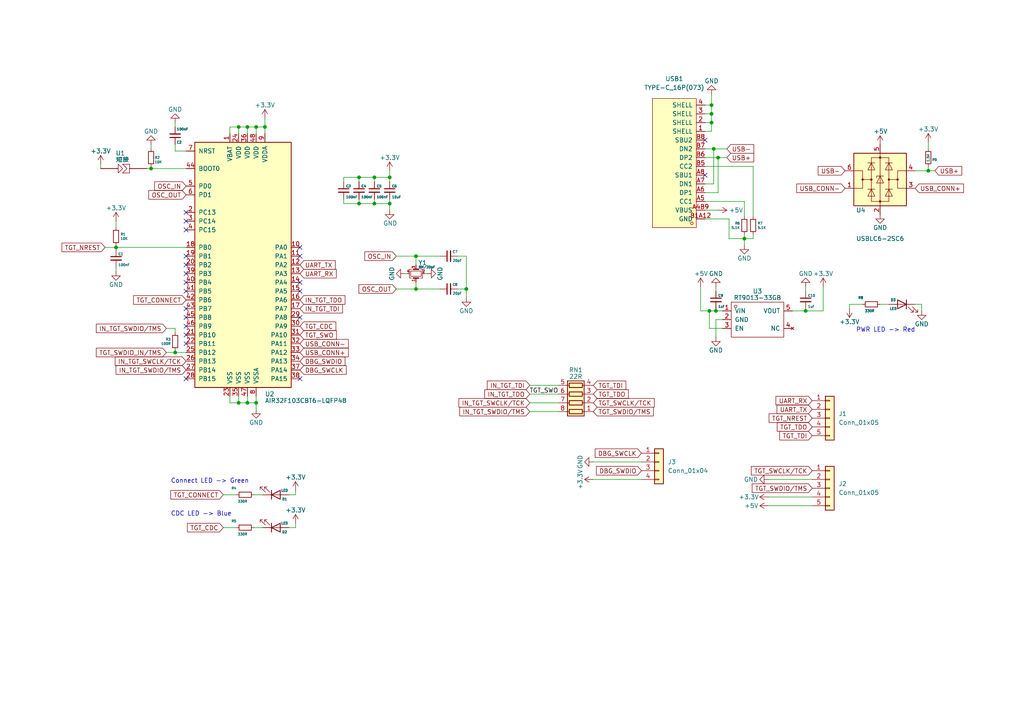
<source format=kicad_sch>
(kicad_sch (version 20211123) (generator eeschema)
  (paper "A4")
  (title_block (date "2022-08-15") (rev "1.1"))
  (lib_symbols
    (symbol "Connector_Generic:Conn_01x04" (pin_names (offset 1.016) hide)
      (property "Reference" "J" (at 0 5.08 0))
      (property "Value" "Conn_01x04" (at 0 -7.62 0))
      (symbol "Conn_01x04_1_1"
        (rectangle (start -1.27 -4.953) (end 0 -5.207) (stroke (width 0.1524)))
        (rectangle (start -1.27 -2.413) (end 0 -2.667) (stroke (width 0.1524)))
        (rectangle (start -1.27 0.127) (end 0 -0.127) (stroke (width 0.1524)))
        (rectangle (start -1.27 2.667) (end 0 2.413) (stroke (width 0.1524)))
        (rectangle (start -1.27 3.81) (end 1.27 -6.35) (stroke (width 0.254)) (fill (type background)))
        (pin passive line (at -5.08 2.54 0) (length 3.81) (name "Pin_1") (number "1"))
        (pin passive line (at -5.08 0 0) (length 3.81) (name "Pin_2") (number "2"))
        (pin passive line (at -5.08 -2.54 0) (length 3.81) (name "Pin_3") (number "3"))
        (pin passive line (at -5.08 -5.08 0) (length 3.81) (name "Pin_4") (number "4"))
      )
    )
    (symbol "Connector_Generic:Conn_01x05" (pin_names (offset 1.016) hide)
      (property "Reference" "J" (at 0 7.62 0))
      (property "Value" "Conn_01x05" (at 0 -7.62 0))
      (symbol "Conn_01x05_1_1"
        (rectangle (start -1.27 -4.953) (end 0 -5.207) (stroke (width 0.1524)))
        (rectangle (start -1.27 -2.413) (end 0 -2.667) (stroke (width 0.1524)))
        (rectangle (start -1.27 0.127) (end 0 -0.127) (stroke (width 0.1524)))
        (rectangle (start -1.27 2.667) (end 0 2.413) (stroke (width 0.1524)))
        (rectangle (start -1.27 5.207) (end 0 4.953) (stroke (width 0.1524)))
        (rectangle (start -1.27 6.35) (end 1.27 -6.35) (stroke (width 0.254)) (fill (type background)))
        (pin passive line (at -5.08 5.08 0) (length 3.81) (name "Pin_1") (number "1"))
        (pin passive line (at -5.08 2.54 0) (length 3.81) (name "Pin_2") (number "2"))
        (pin passive line (at -5.08 0 0) (length 3.81) (name "Pin_3") (number "3"))
        (pin passive line (at -5.08 -2.54 0) (length 3.81) (name "Pin_4") (number "4"))
        (pin passive line (at -5.08 -5.08 0) (length 3.81) (name "Pin_5") (number "5"))
      )
    )
    (symbol "Device:C_Small" (pin_numbers hide) (pin_names (offset 0.254) hide)
      (property "Reference" "C" (at 0.254 1.778 0))
      (property "Value" "C_Small" (at 0.254 -2.032 0))
      (symbol "C_Small_0_1"
        (polyline (pts (xy -1.524 -0.508) (xy 1.524 -0.508)) (stroke (width 0.3302)))
        (polyline (pts (xy -1.524 0.508) (xy 1.524 0.508)) (stroke (width 0.3048)))
      )
      (symbol "C_Small_1_1"
        (pin passive line (at 0 2.54 270) (length 2.032) (name "~") (number "1"))
        (pin passive line (at 0 -2.54 90) (length 2.032) (name "~") (number "2"))
      )
    )
    (symbol "Device:Crystal_GND24_Small" (pin_names (offset 1.016) hide)
      (property "Reference" "Y" (at 1.27 4.445 0))
      (property "Value" "Crystal_GND24_Small" (at 1.27 2.54 0))
      (symbol "Crystal_GND24_Small_0_1"
        (rectangle (start -0.762 -1.524) (end 0.762 1.524))
        (polyline (pts (xy -1.27 -0.762) (xy -1.27 0.762)) (stroke (width 0.381)))
        (polyline (pts (xy 1.27 -0.762) (xy 1.27 0.762)) (stroke (width 0.381)))
        (polyline (pts (xy -1.27 -1.27) (xy -1.27 -1.905) (xy 1.27 -1.905) (xy 1.27 -1.27)))
        (polyline (pts (xy -1.27 1.27) (xy -1.27 1.905) (xy 1.27 1.905) (xy 1.27 1.27)))
      )
      (symbol "Crystal_GND24_Small_1_1"
        (pin passive line (at -2.54 0 0) (length 1.27) (name "1") (number "1"))
        (pin passive line (at 0 -2.54 90) (length 0.635) (name "2") (number "2"))
        (pin passive line (at 2.54 0 180) (length 1.27) (name "3") (number "3"))
        (pin passive line (at 0 2.54 270) (length 0.635) (name "4") (number "4"))
      )
    )
    (symbol "Device:LED" (pin_numbers hide) (pin_names (offset 1.016) hide)
      (property "Reference" "D" (at 0 2.54 0))
      (property "Value" "LED" (at 0 -2.54 0))
      (symbol "LED_0_1"
        (polyline (pts (xy -1.27 -1.27) (xy -1.27 1.27)) (stroke (width 0.254)))
        (polyline (pts (xy -1.27 0) (xy 1.27 0)))
        (polyline (pts (xy 1.27 -1.27) (xy 1.27 1.27) (xy -1.27 0) (xy 1.27 -1.27)) (stroke (width 0.254)))
        (polyline (pts (xy -3.048 -0.762) (xy -4.572 -2.286) (xy -3.81 -2.286) (xy -4.572 -2.286) (xy -4.572 -1.524)))
        (polyline (pts (xy -1.778 -0.762) (xy -3.302 -2.286) (xy -2.54 -2.286) (xy -3.302 -2.286) (xy -3.302 -1.524)))
      )
      (symbol "LED_1_1"
        (pin passive line (at -3.81 0 0) (length 2.54) (name "K") (number "1"))
        (pin passive line (at 3.81 0 180) (length 2.54) (name "A") (number "2"))
      )
    )
    (symbol "Device:R_Pack04" (pin_names (offset 0) hide)
      (property "Reference" "RN" (at -7.62 0 90))
      (property "Value" "R_Pack04" (at 5.08 0 90))
      (symbol "R_Pack04_0_1"
        (rectangle (start -6.35 -2.413) (end 3.81 2.413) (stroke (width 0.254)) (fill (type background)))
        (rectangle (start -5.715 1.905) (end -4.445 -1.905) (stroke (width 0.254)))
        (rectangle (start -3.175 1.905) (end -1.905 -1.905) (stroke (width 0.254)))
        (rectangle (start -0.635 1.905) (end 0.635 -1.905) (stroke (width 0.254)))
        (polyline (pts (xy -5.08 -2.54) (xy -5.08 -1.905)))
        (polyline (pts (xy -5.08 1.905) (xy -5.08 2.54)))
        (polyline (pts (xy -2.54 -2.54) (xy -2.54 -1.905)))
        (polyline (pts (xy -2.54 1.905) (xy -2.54 2.54)))
        (polyline (pts (xy 0 -2.54) (xy 0 -1.905)))
        (polyline (pts (xy 0 1.905) (xy 0 2.54)))
        (polyline (pts (xy 2.54 -2.54) (xy 2.54 -1.905)))
        (polyline (pts (xy 2.54 1.905) (xy 2.54 2.54)))
        (rectangle (start 1.905 1.905) (end 3.175 -1.905) (stroke (width 0.254)))
      )
      (symbol "R_Pack04_1_1"
        (pin passive line (at -5.08 -5.08 90) (length 2.54) (name "R1.1") (number "1"))
        (pin passive line (at -2.54 -5.08 90) (length 2.54) (name "R2.1") (number "2"))
        (pin passive line (at 0 -5.08 90) (length 2.54) (name "R3.1") (number "3"))
        (pin passive line (at 2.54 -5.08 90) (length 2.54) (name "R4.1") (number "4"))
        (pin passive line (at 2.54 5.08 270) (length 2.54) (name "R4.2") (number "5"))
        (pin passive line (at 0 5.08 270) (length 2.54) (name "R3.2") (number "6"))
        (pin passive line (at -2.54 5.08 270) (length 2.54) (name "R2.2") (number "7"))
        (pin passive line (at -5.08 5.08 270) (length 2.54) (name "R1.2") (number "8"))
      )
    )
    (symbol "Device:R_Small" (pin_numbers hide) (pin_names (offset 0.254) hide)
      (property "Reference" "R" (at 0.762 0.508 0))
      (property "Value" "R_Small" (at 0.762 -1.016 0))
      (symbol "R_Small_0_1"
        (rectangle (start -0.762 1.778) (end 0.762 -1.778) (stroke (width 0.2032)))
      )
      (symbol "R_Small_1_1"
        (pin passive line (at 0 2.54 270) (length 0.762) (name "~") (number "1"))
        (pin passive line (at 0 -2.54 90) (length 0.762) (name "~") (number "2"))
      )
    )
    (symbol "Power_Protection:USBLC6-2SC6" (pin_names hide)
      (property "Reference" "U" (at 2.54 8.89 0))
      (property "Value" "USBLC6-2SC6" (at 2.54 -8.89 0))
      (symbol "USBLC6-2SC6_0_1"
        (rectangle (start -7.62 -7.62) (end 7.62 7.62) (stroke (width 0.254)) (fill (type background)))
        (circle (center -5.08 0) (radius 0.254) (fill (type outline)))
        (circle (center -2.54 0) (radius 0.254) (fill (type outline)))
        (rectangle (start -2.54 6.35) (end 2.54 -6.35))
        (circle (center 0 -6.35) (radius 0.254) (fill (type outline)))
        (polyline (pts (xy -5.08 -2.54) (xy -7.62 -2.54)))
        (polyline (pts (xy -5.08 0) (xy -5.08 -2.54)))
        (polyline (pts (xy -5.08 2.54) (xy -7.62 2.54)))
        (polyline (pts (xy -1.524 -2.794) (xy -3.556 -2.794)))
        (polyline (pts (xy -1.524 4.826) (xy -3.556 4.826)))
        (polyline (pts (xy 0 -7.62) (xy 0 -6.35)))
        (polyline (pts (xy 0 -6.35) (xy 0 1.27)))
        (polyline (pts (xy 0 1.27) (xy 0 6.35)))
        (polyline (pts (xy 0 6.35) (xy 0 7.62)))
        (polyline (pts (xy 1.524 -2.794) (xy 3.556 -2.794)))
        (polyline (pts (xy 1.524 4.826) (xy 3.556 4.826)))
        (polyline (pts (xy 5.08 -2.54) (xy 7.62 -2.54)))
        (polyline (pts (xy 5.08 0) (xy 5.08 -2.54)))
        (polyline (pts (xy 5.08 2.54) (xy 7.62 2.54)))
        (polyline (pts (xy -2.54 0) (xy -5.08 0) (xy -5.08 2.54)))
        (polyline (pts (xy 2.54 0) (xy 5.08 0) (xy 5.08 2.54)))
        (polyline (pts (xy -3.556 -4.826) (xy -1.524 -4.826) (xy -2.54 -2.794) (xy -3.556 -4.826)))
        (polyline (pts (xy -3.556 2.794) (xy -1.524 2.794) (xy -2.54 4.826) (xy -3.556 2.794)))
        (polyline (pts (xy -1.016 -1.016) (xy 1.016 -1.016) (xy 0 1.016) (xy -1.016 -1.016)))
        (polyline (pts (xy 1.016 1.016) (xy 0.762 1.016) (xy -1.016 1.016) (xy -1.016 0.508)))
        (polyline (pts (xy 3.556 -4.826) (xy 1.524 -4.826) (xy 2.54 -2.794) (xy 3.556 -4.826)))
        (polyline (pts (xy 3.556 2.794) (xy 1.524 2.794) (xy 2.54 4.826) (xy 3.556 2.794)))
        (circle (center 0 6.35) (radius 0.254) (fill (type outline)))
        (circle (center 2.54 0) (radius 0.254) (fill (type outline)))
        (circle (center 5.08 0) (radius 0.254) (fill (type outline)))
      )
      (symbol "USBLC6-2SC6_1_1"
        (pin passive line (at -10.16 -2.54 0) (length 2.54) (name "I/O1") (number "1"))
        (pin passive line (at 0 -10.16 90) (length 2.54) (name "GND") (number "2"))
        (pin passive line (at 10.16 -2.54 180) (length 2.54) (name "I/O2") (number "3"))
        (pin passive line (at 10.16 2.54 180) (length 2.54) (name "I/O2") (number "4"))
        (pin passive line (at 0 10.16 270) (length 2.54) (name "VBUS") (number "5"))
        (pin passive line (at -10.16 2.54 0) (length 2.54) (name "I/O1") (number "6"))
      )
    )
    (symbol "Shaojie_Custom:AIR32F103CBT6-LQFP48" (pin_names (offset 1.016))
      (property "Reference" "U" (at -13.335 43.18 0))
      (property "Value" "AIR32F103CBT6-LQFP48" (at 17.145 -31.115 0))
      (symbol "AIR32F103CBT6-LQFP48_0_1"
        (rectangle (start -13.97 -29.21) (end 13.97 41.91) (stroke (width 0.254)) (fill (type background)))
      )
      (symbol "AIR32F103CBT6-LQFP48_1_1"
        (pin power_in line (at -3.81 44.45 270) (length 2.54) (name "VBAT") (number "1"))
        (pin bidirectional line (at 16.51 11.43 180) (length 2.54) (name "PA0") (number "10"))
        (pin bidirectional line (at 16.51 8.89 180) (length 2.54) (name "PA1") (number "11"))
        (pin bidirectional line (at 16.51 6.35 180) (length 2.54) (name "PA2") (number "12"))
        (pin bidirectional line (at 16.51 3.81 180) (length 2.54) (name "PA3") (number "13"))
        (pin bidirectional line (at 16.51 1.27 180) (length 2.54) (name "PA4") (number "14"))
        (pin bidirectional line (at 16.51 -1.27 180) (length 2.54) (name "PA5") (number "15"))
        (pin bidirectional line (at 16.51 -3.81 180) (length 2.54) (name "PA6") (number "16"))
        (pin bidirectional line (at 16.51 -6.35 180) (length 2.54) (name "PA7") (number "17"))
        (pin bidirectional line (at -16.51 11.43 0) (length 2.54) (name "PB0") (number "18"))
        (pin bidirectional line (at -16.51 8.89 0) (length 2.54) (name "PB1") (number "19"))
        (pin bidirectional line (at -16.51 21.59 0) (length 2.54) (name "PC13") (number "2"))
        (pin bidirectional line (at -16.51 6.35 0) (length 2.54) (name "PB2") (number "20"))
        (pin bidirectional line (at -16.51 -13.97 0) (length 2.54) (name "PB10") (number "21"))
        (pin bidirectional line (at -16.51 -16.51 0) (length 2.54) (name "PB11") (number "22"))
        (pin passive line (at -3.81 -31.75 90) (length 2.54) (name "VSS") (number "23"))
        (pin power_in line (at -1.27 44.45 270) (length 2.54) (name "VDD") (number "24"))
        (pin bidirectional line (at -16.51 -19.05 0) (length 2.54) (name "PB12") (number "25"))
        (pin bidirectional line (at -16.51 -21.59 0) (length 2.54) (name "PB13") (number "26"))
        (pin bidirectional line (at -16.51 -24.13 0) (length 2.54) (name "PB14") (number "27"))
        (pin bidirectional line (at -16.51 -26.67 0) (length 2.54) (name "PB15") (number "28"))
        (pin bidirectional line (at 16.51 -8.89 180) (length 2.54) (name "PA8") (number "29"))
        (pin bidirectional line (at -16.51 19.05 0) (length 2.54) (name "PC14") (number "3"))
        (pin bidirectional line (at 16.51 -11.43 180) (length 2.54) (name "PA9") (number "30"))
        (pin bidirectional line (at 16.51 -13.97 180) (length 2.54) (name "PA10") (number "31"))
        (pin bidirectional line (at 16.51 -16.51 180) (length 2.54) (name "PA11") (number "32"))
        (pin bidirectional line (at 16.51 -19.05 180) (length 2.54) (name "PA12") (number "33"))
        (pin bidirectional line (at 16.51 -21.59 180) (length 2.54) (name "PA13") (number "34"))
        (pin passive line (at -1.27 -31.75 90) (length 2.54) (name "VSS") (number "35"))
        (pin power_in line (at 1.27 44.45 270) (length 2.54) (name "VDD") (number "36"))
        (pin bidirectional line (at 16.51 -24.13 180) (length 2.54) (name "PA14") (number "37"))
        (pin bidirectional line (at 16.51 -26.67 180) (length 2.54) (name "PA15") (number "38"))
        (pin bidirectional line (at -16.51 3.81 0) (length 2.54) (name "PB3") (number "39"))
        (pin bidirectional line (at -16.51 16.51 0) (length 2.54) (name "PC15") (number "4"))
        (pin bidirectional line (at -16.51 1.27 0) (length 2.54) (name "PB4") (number "40"))
        (pin bidirectional line (at -16.51 -1.27 0) (length 2.54) (name "PB5") (number "41"))
        (pin bidirectional line (at -16.51 -3.81 0) (length 2.54) (name "PB6") (number "42"))
        (pin bidirectional line (at -16.51 -6.35 0) (length 2.54) (name "PB7") (number "43"))
        (pin input line (at -16.51 34.29 0) (length 2.54) (name "BOOT0") (number "44"))
        (pin bidirectional line (at -16.51 -8.89 0) (length 2.54) (name "PB8") (number "45"))
        (pin bidirectional line (at -16.51 -11.43 0) (length 2.54) (name "PB9") (number "46"))
        (pin passive line (at 1.27 -31.75 90) (length 2.54) (name "VSS") (number "47"))
        (pin power_in line (at 3.81 44.45 270) (length 2.54) (name "VDD") (number "48"))
        (pin input line (at -16.51 29.21 0) (length 2.54) (name "PD0") (number "5"))
        (pin input line (at -16.51 26.67 0) (length 2.54) (name "PD1") (number "6"))
        (pin input line (at -16.51 39.37 0) (length 2.54) (name "NRST") (number "7"))
        (pin passive line (at 3.81 -31.75 90) (length 2.54) (name "VSSA") (number "8"))
        (pin power_in line (at 6.35 44.45 270) (length 2.54) (name "VDDA") (number "9"))
      )
    )
    (symbol "Shaojie_Custom:RT9013-33GB" (pin_names (offset 1.016))
      (property "Reference" "U" (at 0 -6.35 0))
      (property "Value" "TPAP2125K-3.3TRE1" (at 0 6.35 0))
      (symbol "RT9013-33GB_1_1"
        (rectangle (start -7.62 -5.08) (end 7.62 5.08))
        (circle (center -6.35 3.81) (radius 0.381))
        (pin power_in line (at -10.16 2.54 0) (length 2.54) (name "VIN") (number "1"))
        (pin passive line (at -10.16 0 0) (length 2.54) (name "GND") (number "2"))
        (pin input line (at -10.16 -2.54 0) (length 2.54) (name "EN") (number "3"))
        (pin no_connect line (at 10.16 -2.54 180) (length 2.54) (name "NC") (number "4"))
        (pin power_out line (at 10.16 2.54 180) (length 2.54) (name "VOUT") (number "5"))
      )
    )
    (symbol "Shaojie_Custom:TYPE-C_16P(073)" (pin_names (offset 1.016))
      (property "Reference" "USB" (at -3.81 -19.685 0))
      (property "Value" "TYPE-C_16P(073)" (at 3.175 20.32 0))
      (symbol "TYPE-C_16P(073)_1_1"
        (rectangle (start -5.715 19.05) (end 6.985 -18.415) (fill (type background)))
        (circle (center -4.445 17.78) (radius 0.381))
        (pin passive line (at -8.255 -8.89 0) (length 2.54) (name "SHELL") (number "1"))
        (pin passive line (at -8.255 -11.43 0) (length 2.54) (name "SHELL") (number "2"))
        (pin passive line (at -8.255 -13.97 0) (length 2.54) (name "SHELL") (number "3"))
        (pin passive line (at -8.255 -16.51 0) (length 2.54) (name "SHELL") (number "4"))
        (pin passive line (at -8.255 16.51 0) (length 2.54) hide (name "GND") (number "A1B12"))
        (pin power_out line (at -8.255 13.97 0) (length 2.54) (name "VBUS") (number "A4B9"))
        (pin bidirectional line (at -8.255 11.43 0) (length 2.54) (name "CC1") (number "A5"))
        (pin bidirectional line (at -8.255 8.89 0) (length 2.54) (name "DP1") (number "A6"))
        (pin bidirectional line (at -8.255 6.35 0) (length 2.54) (name "DN1") (number "A7"))
        (pin bidirectional line (at -8.255 3.81 0) (length 2.54) (name "SBU1") (number "A8"))
        (pin power_out line (at -8.255 16.51 0) (length 2.54) (name "GND") (number "B1A12"))
        (pin bidirectional line (at -8.255 1.27 0) (length 2.54) (name "CC2") (number "B5"))
        (pin bidirectional line (at -8.255 -1.27 0) (length 2.54) (name "DP2") (number "B6"))
        (pin bidirectional line (at -8.255 -3.81 0) (length 2.54) (name "DN2") (number "B7"))
        (pin bidirectional line (at -8.255 -6.35 0) (length 2.54) (name "SBU2") (number "B8"))
      )
    )
    (symbol "Shaojie_Custom:短接" (pin_numbers hide) (pin_names (offset 1.016) hide)
      (property "Reference" "U" (at 0 -3.175 0))
      (property "Value" "短接" (at 0 -5.08 0))
      (symbol "短接_1_1"
        (polyline (pts (xy -1.27 1.27) (xy -1.27 -1.27) (xy 0 0) (xy -1.27 1.27)))
        (polyline (pts (xy 0 1.27) (xy 1.27 0) (xy 0 -1.27) (xy 2.032 -1.27) (xy 2.032 0) (xy 2.032 1.27) (xy 0 1.27)))
        (pin passive line (at -6.35 0 0) (length 5.08) (name "1") (number "1"))
        (pin passive line (at 6.985 0 180) (length 5.08) (name "2") (number "2"))
      )
    )
    (symbol "power:+3.3V" (power) (pin_names (offset 0))
      (property "Value" "+3.3V" (at 0 3.556 0))
      (symbol "+3.3V_0_1"
        (polyline (pts (xy -0.762 1.27) (xy 0 2.54)))
        (polyline (pts (xy 0 0) (xy 0 2.54)))
        (polyline (pts (xy 0 2.54) (xy 0.762 1.27)))
      )
      (symbol "+3.3V_1_1"
        (pin power_in line (at 0 0 90) (length 0) hide (name "+3.3V") (number "1"))
      )
    )
    (symbol "power:+5V" (power) (pin_names (offset 0))
      (property "Value" "+5V" (at 0 3.556 0))
      (symbol "+5V_0_1"
        (polyline (pts (xy -0.762 1.27) (xy 0 2.54)))
        (polyline (pts (xy 0 0) (xy 0 2.54)))
        (polyline (pts (xy 0 2.54) (xy 0.762 1.27)))
      )
      (symbol "+5V_1_1"
        (pin power_in line (at 0 0 90) (length 0) hide (name "+5V") (number "1"))
      )
    )
    (symbol "power:GND" (power) (pin_names (offset 0))
      (property "Value" "GND" (at 0 -3.81 0))
      (symbol "GND_0_1"
        (polyline (pts (xy 0 0) (xy 0 -1.27) (xy 1.27 -1.27) (xy 0 -2.54) (xy -1.27 -1.27) (xy 0 -1.27)))
      )
      (symbol "GND_1_1"
        (pin power_in line (at 0 0 270) (length 0) hide (name "GND") (number "1"))
      )
    )
  )
  (junction (at 43.815 48.895))
  (junction (at 74.295 116.84))
  (junction (at 207.01 43.18))
  (junction (at 108.585 59.055))
  (junction (at 33.655 71.755))
  (junction (at 269.24 49.53))
  (junction (at 120.65 83.82))
  (junction (at 69.215 36.83))
  (junction (at 104.14 51.435))
  (junction (at 206.375 35.56))
  (junction (at 233.68 90.17))
  (junction (at 207.645 90.17))
  (junction (at 120.65 74.295))
  (junction (at 104.14 59.055))
  (junction (at 50.8 102.235))
  (junction (at 108.585 51.435))
  (junction (at 135.255 83.82))
  (junction (at 205.74 90.17))
  (junction (at 71.755 36.83))
  (junction (at 215.9 69.215))
  (junction (at 74.295 36.83))
  (junction (at 69.215 116.84))
  (junction (at 113.03 51.435))
  (junction (at 76.835 36.83))
  (junction (at 208.28 45.72))
  (junction (at 206.375 33.02))
  (junction (at 71.755 116.84))
  (junction (at 206.375 30.48))
  (junction (at 113.03 59.055))
  (no_connect (at 204.47 50.8))
  (no_connect (at 53.975 74.295))
  (no_connect (at 53.975 99.695))
  (no_connect (at 53.975 94.615))
  (no_connect (at 53.975 97.155))
  (no_connect (at 53.975 109.855))
  (no_connect (at 53.975 76.835))
  (no_connect (at 86.995 84.455))
  (no_connect (at 53.975 79.375))
  (no_connect (at 53.975 61.595))
  (no_connect (at 53.975 92.075))
  (no_connect (at 53.975 81.915))
  (no_connect (at 53.975 66.675))
  (no_connect (at 86.995 92.075))
  (no_connect (at 53.975 89.535))
  (no_connect (at 53.975 84.455))
  (no_connect (at 86.995 81.915))
  (no_connect (at 86.995 71.755))
  (no_connect (at 86.995 74.295))
  (no_connect (at 86.995 109.855))
  (no_connect (at 53.975 64.135))
  (no_connect (at 204.47 40.64))
  (wire (pts (xy 76.835 34.29) (xy 76.835 36.83)))
  (wire (pts (xy 204.47 53.34) (xy 207.01 53.34)))
  (wire (pts (xy 50.8 43.815) (xy 50.8 41.91)))
  (wire (pts (xy 43.815 48.26) (xy 43.815 48.895)))
  (wire (pts (xy 204.47 35.56) (xy 206.375 35.56)))
  (wire (pts (xy 132.715 74.295) (xy 135.255 74.295)))
  (wire (pts (xy 206.375 27.305) (xy 206.375 30.48)))
  (wire (pts (xy 69.215 36.83) (xy 71.755 36.83)))
  (wire (pts (xy 238.76 83.185) (xy 238.76 90.17)))
  (wire (pts (xy 113.03 59.055) (xy 113.03 60.96)))
  (wire (pts (xy 204.47 60.96) (xy 208.28 60.96)))
  (wire (pts (xy 222.885 144.145) (xy 235.585 144.145)))
  (wire (pts (xy 204.47 45.72) (xy 208.28 45.72)))
  (wire (pts (xy 135.255 83.82) (xy 135.255 86.36)))
  (wire (pts (xy 153.67 119.38) (xy 161.925 119.38)))
  (wire (pts (xy 207.645 92.71) (xy 207.645 97.79)))
  (wire (pts (xy 30.48 71.755) (xy 33.655 71.755)))
  (wire (pts (xy 104.14 51.435) (xy 108.585 51.435)))
  (wire (pts (xy 85.725 142.24) (xy 85.725 143.51)))
  (wire (pts (xy 206.375 30.48) (xy 206.375 33.02)))
  (wire (pts (xy 209.55 92.71) (xy 207.645 92.71)))
  (wire (pts (xy 73.66 143.51) (xy 76.2 143.51)))
  (wire (pts (xy 66.675 36.83) (xy 69.215 36.83)))
  (wire (pts (xy 215.9 69.215) (xy 215.9 71.12)))
  (wire (pts (xy 123.19 79.375) (xy 123.825 79.375)))
  (wire (pts (xy 265.43 88.265) (xy 267.335 88.265)))
  (wire (pts (xy 120.65 81.915) (xy 120.65 83.82)))
  (wire (pts (xy 33.655 71.755) (xy 53.975 71.755)))
  (wire (pts (xy 71.755 116.84) (xy 74.295 116.84)))
  (wire (pts (xy 108.585 57.785) (xy 108.585 59.055)))
  (wire (pts (xy 153.67 111.76) (xy 161.925 111.76)))
  (wire (pts (xy 64.77 143.51) (xy 68.58 143.51)))
  (wire (pts (xy 71.755 114.935) (xy 71.755 116.84)))
  (wire (pts (xy 74.295 114.935) (xy 74.295 116.84)))
  (wire (pts (xy 114.935 74.295) (xy 120.65 74.295)))
  (wire (pts (xy 113.03 57.785) (xy 113.03 59.055)))
  (wire (pts (xy 64.77 153.035) (xy 68.58 153.035)))
  (wire (pts (xy 104.14 59.055) (xy 108.585 59.055)))
  (wire (pts (xy 66.675 114.935) (xy 66.675 116.84)))
  (wire (pts (xy 135.255 74.295) (xy 135.255 83.82)))
  (wire (pts (xy 120.65 74.295) (xy 120.65 76.835)))
  (wire (pts (xy 104.14 57.785) (xy 104.14 59.055)))
  (wire (pts (xy 222.885 139.065) (xy 235.585 139.065)))
  (wire (pts (xy 267.335 88.265) (xy 267.335 90.17)))
  (wire (pts (xy 85.725 143.51) (xy 83.82 143.51)))
  (wire (pts (xy 66.675 38.735) (xy 66.675 36.83)))
  (wire (pts (xy 66.675 116.84) (xy 69.215 116.84)))
  (wire (pts (xy 204.47 43.18) (xy 207.01 43.18)))
  (wire (pts (xy 204.47 55.88) (xy 208.28 55.88)))
  (wire (pts (xy 218.44 48.26) (xy 218.44 62.865)))
  (wire (pts (xy 153.67 116.84) (xy 161.925 116.84)))
  (wire (pts (xy 203.2 90.17) (xy 203.2 83.185)))
  (wire (pts (xy 269.24 41.275) (xy 269.24 43.18)))
  (wire (pts (xy 211.455 63.5) (xy 211.455 69.215)))
  (wire (pts (xy 206.375 33.02) (xy 206.375 35.56)))
  (wire (pts (xy 48.26 102.235) (xy 50.8 102.235)))
  (wire (pts (xy 215.9 67.945) (xy 215.9 69.215)))
  (wire (pts (xy 172.085 139.065) (xy 186.055 139.065)))
  (wire (pts (xy 207.01 43.18) (xy 210.82 43.18)))
  (wire (pts (xy 204.47 30.48) (xy 206.375 30.48)))
  (wire (pts (xy 209.55 95.25) (xy 205.74 95.25)))
  (wire (pts (xy 271.145 49.53) (xy 269.24 49.53)))
  (wire (pts (xy 204.47 33.02) (xy 206.375 33.02)))
  (wire (pts (xy 205.74 90.17) (xy 203.2 90.17)))
  (wire (pts (xy 207.645 90.17) (xy 205.74 90.17)))
  (wire (pts (xy 50.8 95.25) (xy 48.26 95.25)))
  (wire (pts (xy 208.28 55.88) (xy 208.28 45.72)))
  (wire (pts (xy 204.47 58.42) (xy 215.9 58.42)))
  (wire (pts (xy 73.66 153.035) (xy 76.2 153.035)))
  (wire (pts (xy 50.8 102.235) (xy 53.975 102.235)))
  (wire (pts (xy 113.03 51.435) (xy 113.03 52.705)))
  (wire (pts (xy 205.74 95.25) (xy 205.74 90.17)))
  (wire (pts (xy 33.655 64.135) (xy 33.655 66.04)))
  (wire (pts (xy 74.295 116.84) (xy 74.295 118.745)))
  (wire (pts (xy 76.835 36.83) (xy 76.835 38.735)))
  (wire (pts (xy 85.725 151.765) (xy 85.725 153.035)))
  (wire (pts (xy 108.585 51.435) (xy 113.03 51.435)))
  (wire (pts (xy 74.295 36.83) (xy 76.835 36.83)))
  (wire (pts (xy 218.44 69.215) (xy 215.9 69.215)))
  (wire (pts (xy 207.645 83.185) (xy 207.645 84.455)))
  (wire (pts (xy 222.885 146.685) (xy 235.585 146.685)))
  (wire (pts (xy 218.44 67.945) (xy 218.44 69.215)))
  (wire (pts (xy 33.655 71.12) (xy 33.655 71.755)))
  (wire (pts (xy 42.545 48.895) (xy 43.815 48.895)))
  (wire (pts (xy 99.695 51.435) (xy 104.14 51.435)))
  (wire (pts (xy 269.24 49.53) (xy 265.43 49.53)))
  (wire (pts (xy 204.47 38.1) (xy 206.375 38.1)))
  (wire (pts (xy 108.585 59.055) (xy 113.03 59.055)))
  (wire (pts (xy 233.68 89.535) (xy 233.68 90.17)))
  (wire (pts (xy 204.47 48.26) (xy 218.44 48.26)))
  (wire (pts (xy 172.085 133.985) (xy 186.055 133.985)))
  (wire (pts (xy 204.47 63.5) (xy 211.455 63.5)))
  (wire (pts (xy 207.645 90.17) (xy 209.55 90.17)))
  (wire (pts (xy 269.24 48.26) (xy 269.24 49.53)))
  (wire (pts (xy 132.715 83.82) (xy 135.255 83.82)))
  (wire (pts (xy 215.9 58.42) (xy 215.9 62.865)))
  (wire (pts (xy 85.725 153.035) (xy 83.82 153.035)))
  (wire (pts (xy 246.38 88.265) (xy 246.38 89.535)))
  (wire (pts (xy 99.695 59.055) (xy 104.14 59.055)))
  (wire (pts (xy 120.65 83.82) (xy 127.635 83.82)))
  (wire (pts (xy 69.215 116.84) (xy 71.755 116.84)))
  (wire (pts (xy 33.655 77.47) (xy 33.655 78.74)))
  (wire (pts (xy 207.01 53.34) (xy 207.01 43.18)))
  (wire (pts (xy 50.8 101.6) (xy 50.8 102.235)))
  (wire (pts (xy 233.68 83.185) (xy 233.68 84.455)))
  (wire (pts (xy 211.455 69.215) (xy 215.9 69.215)))
  (wire (pts (xy 117.475 79.375) (xy 118.11 79.375)))
  (wire (pts (xy 250.19 88.265) (xy 246.38 88.265)))
  (wire (pts (xy 99.695 57.785) (xy 99.695 59.055)))
  (wire (pts (xy 108.585 51.435) (xy 108.585 52.705)))
  (wire (pts (xy 113.03 49.53) (xy 113.03 51.435)))
  (wire (pts (xy 43.815 41.91) (xy 43.815 43.18)))
  (wire (pts (xy 50.8 96.52) (xy 50.8 95.25)))
  (wire (pts (xy 69.215 38.735) (xy 69.215 36.83)))
  (wire (pts (xy 104.14 51.435) (xy 104.14 52.705)))
  (wire (pts (xy 53.975 48.895) (xy 43.815 48.895)))
  (wire (pts (xy 69.215 114.935) (xy 69.215 116.84)))
  (wire (pts (xy 71.755 38.735) (xy 71.755 36.83)))
  (wire (pts (xy 71.755 36.83) (xy 74.295 36.83)))
  (wire (pts (xy 153.67 114.3) (xy 161.925 114.3)))
  (wire (pts (xy 99.695 52.705) (xy 99.695 51.435)))
  (wire (pts (xy 120.65 83.82) (xy 114.935 83.82)))
  (wire (pts (xy 53.975 43.815) (xy 50.8 43.815)))
  (wire (pts (xy 207.645 89.535) (xy 207.645 90.17)))
  (wire (pts (xy 233.68 90.17) (xy 238.76 90.17)))
  (wire (pts (xy 50.8 36.83) (xy 50.8 35.56)))
  (wire (pts (xy 206.375 38.1) (xy 206.375 35.56)))
  (wire (pts (xy 255.27 88.265) (xy 257.81 88.265)))
  (wire (pts (xy 208.28 45.72) (xy 210.82 45.72)))
  (wire (pts (xy 33.655 71.755) (xy 33.655 72.39)))
  (wire (pts (xy 74.295 38.735) (xy 74.295 36.83)))
  (wire (pts (xy 120.65 74.295) (xy 127.635 74.295)))
  (wire (pts (xy 229.87 90.17) (xy 233.68 90.17)))
  (wire (pts (xy 29.21 47.625) (xy 29.21 48.895)))
  (text "CDC LED -> Blue\n" (at 49.53 149.86 0) (effects (font (size 1.27 1.27)) (justify left bottom)))
  (text "PWR LED -> Red" (at 248.285 96.52 0) (effects (font (size 1.27 1.27)) (justify left bottom)))
  (text "Connect LED -> Green" (at 49.53 140.335 0) (effects (font (size 1.27 1.27)) (justify left bottom)))
  (label "TGT_SWO" (at 161.925 114.3 180))
  (global_label "TGT_SWCLK{slash}TCK" (shape input) (at 172.085 116.84 0) (property "Intersheet References" "${INTERSHEET_REFS}" (effects hide)))
  (global_label "DBG_SWDIO" (shape input) (at 186.055 136.525 180) (property "Intersheet References" "${INTERSHEET_REFS}" (effects hide)))
  (global_label "TGT_TDI" (shape input) (at 235.585 126.365 180) (property "Intersheet References" "${INTERSHEET_REFS}" (effects hide)))
  (global_label "OSC_IN" (shape input) (at 114.935 74.295 180) (property "Intersheet References" "${INTERSHEET_REFS}" (effects hide)))
  (global_label "TGT_SWDIO{slash}TMS" (shape input) (at 235.585 141.605 180) (property "Intersheet References" "${INTERSHEET_REFS}" (effects hide)))
  (global_label "TGT_SWDIO{slash}TMS" (shape input) (at 172.085 119.38 0) (property "Intersheet References" "${INTERSHEET_REFS}" (effects hide)))
  (global_label "USB+" (shape input) (at 271.145 49.53 0) (property "Intersheet References" "${INTERSHEET_REFS}" (effects hide)))
  (global_label "TGT_CONNECT" (shape input) (at 64.77 143.51 180) (property "Intersheet References" "${INTERSHEET_REFS}" (effects hide)))
  (global_label "TGT_SWO" (shape input) (at 86.995 97.155 0) (property "Intersheet References" "${INTERSHEET_REFS}" (effects hide)))
  (global_label "DBG_SWDIO" (shape input) (at 86.995 104.775 0) (property "Intersheet References" "${INTERSHEET_REFS}" (effects hide)))
  (global_label "UART_RX" (shape input) (at 235.585 116.205 180) (property "Intersheet References" "${INTERSHEET_REFS}" (effects hide)))
  (global_label "TGT_NREST" (shape input) (at 30.48 71.755 180) (property "Intersheet References" "${INTERSHEET_REFS}" (effects hide)))
  (global_label "USB+" (shape input) (at 210.82 45.72 0) (property "Intersheet References" "${INTERSHEET_REFS}" (effects hide)))
  (global_label "TGT_TDO" (shape input) (at 172.085 114.3 0) (property "Intersheet References" "${INTERSHEET_REFS}" (effects hide)))
  (global_label "IN_TGT_TDO" (shape input) (at 86.995 86.995 0) (property "Intersheet References" "${INTERSHEET_REFS}" (effects hide)))
  (global_label "USB-" (shape input) (at 245.11 49.53 180) (property "Intersheet References" "${INTERSHEET_REFS}" (effects hide)))
  (global_label "UART_TX" (shape input) (at 86.995 76.835 0) (property "Intersheet References" "${INTERSHEET_REFS}" (effects hide)))
  (global_label "DBG_SWCLK" (shape input) (at 86.995 107.315 0) (property "Intersheet References" "${INTERSHEET_REFS}" (effects hide)))
  (global_label "USB-" (shape input) (at 210.82 43.18 0) (property "Intersheet References" "${INTERSHEET_REFS}" (effects hide)))
  (global_label "TGT_SWDIO_IN{slash}TMS" (shape input) (at 48.26 102.235 180) (property "Intersheet References" "${INTERSHEET_REFS}" (effects hide)))
  (global_label "TGT_TDO" (shape input) (at 235.585 123.825 180) (property "Intersheet References" "${INTERSHEET_REFS}" (effects hide)))
  (global_label "USB_CONN-" (shape input) (at 86.995 99.695 0) (property "Intersheet References" "${INTERSHEET_REFS}" (effects hide)))
  (global_label "UART_RX" (shape input) (at 86.995 79.375 0) (property "Intersheet References" "${INTERSHEET_REFS}" (effects hide)))
  (global_label "IN_TGT_SWDIO{slash}TMS" (shape input) (at 153.67 119.38 180) (property "Intersheet References" "${INTERSHEET_REFS}" (effects hide)))
  (global_label "USB_CONN+" (shape input) (at 265.43 54.61 0) (property "Intersheet References" "${INTERSHEET_REFS}" (effects hide)))
  (global_label "USB_CONN-" (shape input) (at 245.11 54.61 180) (property "Intersheet References" "${INTERSHEET_REFS}" (effects hide)))
  (global_label "TGT_CDC" (shape input) (at 64.77 153.035 180) (property "Intersheet References" "${INTERSHEET_REFS}" (effects hide)))
  (global_label "OSC_OUT" (shape input) (at 53.975 56.515 180) (property "Intersheet References" "${INTERSHEET_REFS}" (effects hide)))
  (global_label "IN_TGT_SWDIO{slash}TMS" (shape input) (at 48.26 95.25 180) (property "Intersheet References" "${INTERSHEET_REFS}" (effects hide)))
  (global_label "TGT_TDI" (shape input) (at 172.085 111.76 0) (property "Intersheet References" "${INTERSHEET_REFS}" (effects hide)))
  (global_label "USB_CONN+" (shape input) (at 86.995 102.235 0) (property "Intersheet References" "${INTERSHEET_REFS}" (effects hide)))
  (global_label "OSC_IN" (shape input) (at 53.975 53.975 180) (property "Intersheet References" "${INTERSHEET_REFS}" (effects hide)))
  (global_label "TGT_NREST" (shape input) (at 235.585 121.285 180) (property "Intersheet References" "${INTERSHEET_REFS}" (effects hide)))
  (global_label "IN_TGT_TDO" (shape input) (at 153.67 114.3 180) (property "Intersheet References" "${INTERSHEET_REFS}" (effects hide)))
  (global_label "IN_TGT_SWDIO{slash}TMS" (shape input) (at 53.975 107.315 180) (property "Intersheet References" "${INTERSHEET_REFS}" (effects hide)))
  (global_label "TGT_CONNECT" (shape input) (at 53.975 86.995 180) (property "Intersheet References" "${INTERSHEET_REFS}" (effects hide)))
  (global_label "TGT_CDC" (shape input) (at 86.995 94.615 0) (property "Intersheet References" "${INTERSHEET_REFS}" (effects hide)))
  (global_label "IN_TGT_SWCLK{slash}TCK" (shape input) (at 53.975 104.775 180) (property "Intersheet References" "${INTERSHEET_REFS}" (effects hide)))
  (global_label "DBG_SWCLK" (shape input) (at 186.055 131.445 180) (property "Intersheet References" "${INTERSHEET_REFS}" (effects hide)))
  (global_label "IN_TGT_SWCLK{slash}TCK" (shape input) (at 153.67 116.84 180) (property "Intersheet References" "${INTERSHEET_REFS}" (effects hide)))
  (global_label "UART_TX" (shape input) (at 235.585 118.745 180) (property "Intersheet References" "${INTERSHEET_REFS}" (effects hide)))
  (global_label "IN_TGT_TDI" (shape input) (at 153.67 111.76 180) (property "Intersheet References" "${INTERSHEET_REFS}" (effects hide)))
  (global_label "TGT_SWCLK{slash}TCK" (shape input) (at 235.585 136.525 180) (property "Intersheet References" "${INTERSHEET_REFS}" (effects hide)))
  (global_label "IN_TGT_TDI" (shape input) (at 86.995 89.535 0) (property "Intersheet References" "${INTERSHEET_REFS}" (effects hide)))
  (global_label "OSC_OUT" (shape input) (at 114.935 83.82 180) (property "Intersheet References" "${INTERSHEET_REFS}" (effects hide)))
  (symbol (lib_id "Device:Crystal_GND24_Small") (at 120.65 79.375 90) (unit 1)
    (property "Reference" "Y1" (at 122.555 76.2 90))
    (property "Value" "8M/20pF" (at 123.825 77.47 90) (effects (font (size 0.7 0.7))))
    (property "Footprint" "Crystal:Crystal_SMD_3225-4Pin_3.2x2.5mm" (effects hide))
  )
  (symbol (lib_id "power:GND") (at 172.085 133.985 270) (unit 1)
    (property "Reference" "#PWR024" (effects hide))
    (property "Value" "GND" (at 168.275 133.985 0))
  )
  (symbol (lib_id "Connector_Generic:Conn_01x04") (at 191.135 133.985 0) (unit 1)
    (property "Reference" "J3" (at 193.675 133.9849 0) (effects (justify left)))
    (property "Value" "Conn_01x04" (at 193.675 136.5249 0) (effects (justify left)))
    (property "Footprint" "Connector_PinHeader_1.27mm:PinHeader_1x04_P1.27mm_Vertical" (effects hide))
  )
  (symbol (lib_id "power:+3.3V") (at 33.655 64.135 0) (unit 1)
    (property "Reference" "#PWR02" (effects hide))
    (property "Value" "+3.3V" (at 33.655 60.325 0))
  )
  (symbol (lib_id "power:GND") (at 74.295 118.745 0) (unit 1)
    (property "Reference" "#PWR06" (effects hide))
    (property "Value" "GND" (at 74.295 122.555 0))
  )
  (symbol (lib_id "Device:R_Small") (at 252.73 88.265 270) (mirror x) (unit 1)
    (property "Reference" "R8" (at 248.92 86.36 90) (effects (font (size 0.7 0.7)) (justify left)))
    (property "Value" "330R" (at 250.825 90.17 90) (effects (font (size 0.7 0.7)) (justify left)))
    (property "Footprint" "Resistor_SMD:R_0603_1608Metric" (effects hide))
  )
  (symbol (lib_id "power:GND") (at 135.255 86.36 0) (unit 1)
    (property "Reference" "#PWR012" (effects hide))
    (property "Value" "GND" (at 135.255 90.17 0))
  )
  (symbol (lib_id "Connector_Generic:Conn_01x05") (at 240.665 141.605 0) (unit 1)
    (property "Reference" "J2" (at 243.205 140.3349 0) (effects (justify left)))
    (property "Value" "Conn_01x05" (at 243.205 142.8749 0) (effects (justify left)))
    (property "Footprint" "Shaojie_Custom:2.54_1X5" (effects hide))
  )
  (symbol (lib_id "Power_Protection:USBLC6-2SC6") (at 255.27 52.07 0) (unit 1)
    (property "Reference" "U4" (at 248.285 60.96 0) (effects (justify left)))
    (property "Value" "USBLC6-2SC6" (at 248.285 69.215 0) (effects (justify left)))
    (property "Footprint" "Package_TO_SOT_SMD:SOT-23-6" (effects hide))
    (property "Datasheet" "https://www.st.com/resource/en/datasheet/usblc6-2.pdf" (effects hide))
  )
  (symbol (lib_id "Device:R_Pack04") (at 167.005 114.3 90) (unit 1)
    (property "Reference" "RN1" (at 167.005 107.315 90))
    (property "Value" "22R" (at 167.005 109.22 90))
    (property "Footprint" "Resistor_SMD:R_Array_Convex_4x0603" (effects hide))
  )
  (symbol (lib_id "power:+3.3V") (at 172.085 139.065 90) (unit 1)
    (property "Reference" "#PWR023" (effects hide))
    (property "Value" "+3.3V" (at 168.275 139.065 0))
  )
  (symbol (lib_id "Device:LED") (at 261.62 88.265 0) (mirror y) (unit 1)
    (property "Reference" "D3" (at 259.08 86.995 0) (effects (font (size 0.7 0.7))))
    (property "Value" "LED" (at 259.08 89.535 0) (effects (font (size 0.7 0.7))))
    (property "Footprint" "LED_SMD:LED_0603_1608Metric" (effects hide))
  )
  (symbol (lib_id "power:+3.3V") (at 238.76 83.185 0) (unit 1)
    (property "Reference" "#PWR025" (effects hide))
    (property "Value" "+3.3V" (at 238.76 79.375 0))
  )
  (symbol (lib_id "Device:LED") (at 80.01 143.51 0) (mirror x) (unit 1)
    (property "Reference" "D1" (at 82.55 144.78 0) (effects (font (size 0.7 0.7))))
    (property "Value" "LED" (at 82.55 142.24 0) (effects (font (size 0.7 0.7))))
    (property "Footprint" "LED_SMD:LED_0603_1608Metric" (effects hide))
  )
  (symbol (lib_id "Device:C_Small") (at 99.695 55.245 0) (unit 1)
    (property "Reference" "C3" (at 100.33 53.975 0) (effects (font (size 0.7 0.7)) (justify left)))
    (property "Value" "100nF" (at 100.33 57.15 0) (effects (font (size 0.7 0.7)) (justify left)))
    (property "Footprint" "Capacitor_SMD:C_0603_1608Metric" (effects hide))
  )
  (symbol (lib_id "Device:C_Small") (at 108.585 55.245 0) (unit 1)
    (property "Reference" "C5" (at 109.22 53.975 0) (effects (font (size 0.7 0.7)) (justify left)))
    (property "Value" "100nF" (at 109.22 57.15 0) (effects (font (size 0.7 0.7)) (justify left)))
    (property "Footprint" "Capacitor_SMD:C_0603_1608Metric" (effects hide))
  )
  (symbol (lib_id "power:GND") (at 206.375 27.305 0) (mirror x) (unit 1)
    (property "Reference" "#PWR016" (effects hide))
    (property "Value" "GND" (at 206.375 23.495 0))
  )
  (symbol (lib_id "Shaojie_Custom:AIR32F103CBT6-LQFP48") (at 70.485 83.185 0) (unit 1)
    (property "Reference" "U2" (at 76.835 114.3 0) (effects (justify left)))
    (property "Value" "AIR32F103CBT6-LQFP48" (at 76.835 116.205 0) (effects (justify left)))
    (property "Footprint" "Package_QFP:LQFP-48_7x7mm_P0.5mm" (effects hide))
    (property "Datasheet" "https://cdn.openluat-luatcommunity.openluat.com/attachment/20220605164850945_AIR32F103%E8%8A%AF%E7%89%87%E6%95%B0%E6%8D%AE%E6%89%8B%E5%86%8C1.0.0.pdf" (effects hide))
  )
  (symbol (lib_id "power:GND") (at 33.655 78.74 0) (unit 1)
    (property "Reference" "#PWR03" (effects hide))
    (property "Value" "GND" (at 33.655 82.55 0))
  )
  (symbol (lib_id "Shaojie_Custom:RT9013-33GB") (at 219.71 92.71 0) (unit 1)
    (property "Reference" "U3" (at 219.71 84.455 0))
    (property "Value" "RT9013-33GB" (at 219.71 86.36 0))
    (property "Footprint" "Shaojie_Custom:SOT-23-5_L3.0-W1.7-P0.95-LS2.8-BR" (effects hide))
    (property "Datasheet" "https://atta.szlcsc.com/upload/public/pdf/source/20211231/CC521B93B8CC1CC665DD967070D5DC89.pdf" (effects hide))
    (property "SuppliersPartNumber" "C2937006" (effects hide))
    (property "uuid" "pro:1ba6b0cf50e04f16ba083e09e022bc82" (effects hide))
  )
  (symbol (lib_id "Device:R_Small") (at 215.9 65.405 0) (mirror y) (unit 1)
    (property "Reference" "R6" (at 214.63 64.77 0) (effects (font (size 0.7 0.7)) (justify left)))
    (property "Value" "5.1K" (at 214.63 66.04 0) (effects (font (size 0.7 0.7)) (justify left)))
    (property "Footprint" "Resistor_SMD:R_0603_1608Metric" (effects hide))
  )
  (symbol (lib_id "power:GND") (at 117.475 79.375 270) (unit 1)
    (property "Reference" "#PWR0103" (effects hide))
    (property "Value" "GND" (at 113.665 79.375 0))
  )
  (symbol (lib_id "Connector_Generic:Conn_01x05") (at 240.665 121.285 0) (unit 1)
    (property "Reference" "J1" (at 243.205 120.0149 0) (effects (justify left)))
    (property "Value" "Conn_01x05" (at 243.205 122.5549 0) (effects (justify left)))
    (property "Footprint" "Shaojie_Custom:2.54_1X5" (effects hide))
  )
  (symbol (lib_id "power:+5V") (at 255.27 41.91 0) (mirror y) (unit 1)
    (property "Reference" "#PWR027" (effects hide))
    (property "Value" "+5V" (at 253.365 38.1 0) (effects (justify right)))
  )
  (symbol (lib_id "Device:R_Small") (at 218.44 65.405 0) (unit 1)
    (property "Reference" "R7" (at 219.71 64.77 0) (effects (font (size 0.7 0.7)) (justify left)))
    (property "Value" "5.1K" (at 219.71 66.04 0) (effects (font (size 0.7 0.7)) (justify left)))
    (property "Footprint" "Resistor_SMD:R_0603_1608Metric" (effects hide))
  )
  (symbol (lib_id "Shaojie_Custom:TYPE-C_16P(073)") (at 196.215 46.99 180) (unit 1)
    (property "Reference" "USB1" (at 195.58 22.86 0))
    (property "Value" "TYPE-C_16P(073)" (at 195.58 25.4 0))
    (property "Footprint" "Shaojie_Custom:USB-C-SMD_TYPE-C16PIN_C668624" (effects hide))
    (property "Datasheet" "https://atta.szlcsc.com/upload/public/pdf/source/20200618/C668624_CC51EC37614090AAD56C1421DE954C80.pdf" (effects hide))
    (property "SuppliersPartNumber" "C668624" (effects hide))
    (property "uuid" "pro:cb9723ac003b415b91d7d3ec15e8d56c" (effects hide))
  )
  (symbol (lib_id "power:+3.3V") (at 269.24 41.275 0) (unit 1)
    (property "Reference" "#PWR0101" (effects hide))
    (property "Value" "+3.3V" (at 269.24 37.465 0))
  )
  (symbol (lib_id "power:+3.3V") (at 85.725 142.24 0) (unit 1)
    (property "Reference" "#PWR08" (effects hide))
    (property "Value" "+3.3V" (at 85.725 138.43 0))
  )
  (symbol (lib_id "power:+5V") (at 208.28 60.96 270) (unit 1)
    (property "Reference" "#PWR017" (effects hide))
    (property "Value" "+5V" (at 211.455 60.9599 90) (effects (justify left)))
  )
  (symbol (lib_id "power:GND") (at 255.27 62.23 0) (mirror y) (unit 1)
    (property "Reference" "#PWR028" (effects hide))
    (property "Value" "GND" (at 255.27 66.04 0))
  )
  (symbol (lib_id "Device:C_Small") (at 130.175 74.295 90) (mirror x) (unit 1)
    (property "Reference" "C7" (at 132.715 73.025 90) (effects (font (size 0.7 0.7)) (justify left)))
    (property "Value" "20pF" (at 133.985 75.565 90) (effects (font (size 0.7 0.7)) (justify left)))
    (property "Footprint" "Capacitor_SMD:C_0603_1608Metric" (effects hide))
  )
  (symbol (lib_id "Device:R_Small") (at 71.12 143.51 90) (unit 1)
    (property "Reference" "R4" (at 68.58 141.605 90) (effects (font (size 0.7 0.7)) (justify left)))
    (property "Value" "330R" (at 71.755 145.415 90) (effects (font (size 0.7 0.7)) (justify left)))
    (property "Footprint" "Resistor_SMD:R_0603_1608Metric" (effects hide))
  )
  (symbol (lib_id "power:+5V") (at 203.2 83.185 0) (mirror y) (unit 1)
    (property "Reference" "#PWR013" (effects hide))
    (property "Value" "+5V" (at 201.295 79.375 0) (effects (justify right)))
  )
  (symbol (lib_id "power:GND") (at 215.9 71.12 0) (mirror y) (unit 1)
    (property "Reference" "#PWR021" (effects hide))
    (property "Value" "GND" (at 215.9 74.93 0))
  )
  (symbol (lib_id "Device:R_Small") (at 33.655 68.58 0) (unit 1)
    (property "Reference" "R1" (at 34.925 67.945 0) (effects (font (size 0.7 0.7)) (justify left)))
    (property "Value" "10K" (at 34.925 69.215 0) (effects (font (size 0.7 0.7)) (justify left)))
    (property "Footprint" "Resistor_SMD:R_0603_1608Metric" (effects hide))
  )
  (symbol (lib_id "Device:C_Small") (at 33.655 74.93 0) (unit 1)
    (property "Reference" "C1" (at 34.29 73.66 0) (effects (font (size 0.7 0.7)) (justify left)))
    (property "Value" "100nF" (at 34.29 76.835 0) (effects (font (size 0.7 0.7)) (justify left)))
    (property "Footprint" "Capacitor_SMD:C_0603_1608Metric" (effects hide))
  )
  (symbol (lib_id "power:+3.3V") (at 222.885 144.145 90) (mirror x) (unit 1)
    (property "Reference" "#PWR019" (effects hide))
    (property "Value" "+3.3V" (at 217.17 144.145 90))
  )
  (symbol (lib_id "power:+3.3V") (at 85.725 151.765 0) (unit 1)
    (property "Reference" "#PWR09" (effects hide))
    (property "Value" "+3.3V" (at 85.725 147.955 0))
  )
  (symbol (lib_id "Device:R_Small") (at 269.24 45.72 0) (mirror y) (unit 1)
    (property "Reference" "R9" (at 271.78 46.355 0) (effects (font (size 0.7 0.7)) (justify left)))
    (property "Value" "1.5K" (at 269.24 46.99 90) (effects (font (size 0.7 0.7)) (justify left)))
    (property "Footprint" "Resistor_SMD:R_0603_1608Metric" (effects hide))
  )
  (symbol (lib_id "Device:R_Small") (at 43.815 45.72 0) (mirror y) (unit 1)
    (property "Reference" "R2" (at 46.355 45.72 0) (effects (font (size 0.7 0.7)) (justify left)))
    (property "Value" "10K" (at 46.99 46.99 0) (effects (font (size 0.7 0.7)) (justify left)))
    (property "Footprint" "Resistor_SMD:R_0603_1608Metric" (effects hide))
  )
  (symbol (lib_id "Device:R_Small") (at 50.8 99.06 0) (mirror y) (unit 1)
    (property "Reference" "R3" (at 49.53 98.425 0) (effects (font (size 0.7 0.7)) (justify left)))
    (property "Value" "100R" (at 49.53 99.695 0) (effects (font (size 0.7 0.7)) (justify left)))
    (property "Footprint" "Resistor_SMD:R_0603_1608Metric" (effects hide))
  )
  (symbol (lib_id "power:GND") (at 123.825 79.375 90) (unit 1)
    (property "Reference" "#PWR0102" (effects hide))
    (property "Value" "GND" (at 127.635 79.375 0))
  )
  (symbol (lib_id "Device:C_Small") (at 104.14 55.245 0) (unit 1)
    (property "Reference" "C4" (at 104.775 53.975 0) (effects (font (size 0.7 0.7)) (justify left)))
    (property "Value" "100nF" (at 104.775 57.15 0) (effects (font (size 0.7 0.7)) (justify left)))
    (property "Footprint" "Capacitor_SMD:C_0603_1608Metric" (effects hide))
  )
  (symbol (lib_id "power:GND") (at 233.68 83.185 0) (mirror x) (unit 1)
    (property "Reference" "#PWR022" (effects hide))
    (property "Value" "GND" (at 233.68 79.375 0))
  )
  (symbol (lib_id "power:+5V") (at 222.885 146.685 90) (unit 1)
    (property "Reference" "#PWR020" (effects hide))
    (property "Value" "+5V" (at 215.9 146.685 90) (effects (justify right)))
  )
  (symbol (lib_id "Shaojie_Custom:短接") (at 35.56 48.895 0) (unit 1)
    (property "Reference" "U1" (at 34.925 44.45 0))
    (property "Value" "短接" (at 35.56 46.355 0))
    (property "Footprint" "Shaojie_Custom:Short_0603" (effects hide))
    (property "uuid" "pro:adb55ec24dd4466d96252996044c5f54" (effects hide))
  )
  (symbol (lib_id "power:GND") (at 267.335 90.17 0) (unit 1)
    (property "Reference" "#PWR029" (effects hide))
    (property "Value" "GND" (at 267.335 93.98 0))
  )
  (symbol (lib_id "Device:LED") (at 80.01 153.035 0) (mirror x) (unit 1)
    (property "Reference" "D2" (at 82.55 154.305 0) (effects (font (size 0.7 0.7))))
    (property "Value" "LED" (at 82.55 151.765 0) (effects (font (size 0.7 0.7))))
    (property "Footprint" "LED_SMD:LED_0603_1608Metric" (effects hide))
  )
  (symbol (lib_id "Device:C_Small") (at 50.8 39.37 180) (unit 1)
    (property "Reference" "C2" (at 52.705 41.275 0) (effects (font (size 0.7 0.7)) (justify left)))
    (property "Value" "100nF" (at 54.61 37.465 0) (effects (font (size 0.7 0.7)) (justify left)))
    (property "Footprint" "Capacitor_SMD:C_0603_1608Metric" (effects hide))
  )
  (symbol (lib_id "power:+3.3V") (at 113.03 49.53 0) (unit 1)
    (property "Reference" "#PWR010" (effects hide))
    (property "Value" "+3.3V" (at 113.03 45.72 0))
  )
  (symbol (lib_id "power:+3.3V") (at 29.21 47.625 0) (unit 1)
    (property "Reference" "#PWR01" (effects hide))
    (property "Value" "+3.3V" (at 29.21 43.815 0))
  )
  (symbol (lib_id "power:+3.3V") (at 76.835 34.29 0) (unit 1)
    (property "Reference" "#PWR07" (effects hide))
    (property "Value" "+3.3V" (at 76.835 30.48 0))
  )
  (symbol (lib_id "Device:R_Small") (at 71.12 153.035 90) (unit 1)
    (property "Reference" "R5" (at 68.58 151.13 90) (effects (font (size 0.7 0.7)) (justify left)))
    (property "Value" "330R" (at 71.755 154.94 90) (effects (font (size 0.7 0.7)) (justify left)))
    (property "Footprint" "Resistor_SMD:R_0603_1608Metric" (effects hide))
  )
  (symbol (lib_id "Device:C_Small") (at 233.68 86.995 0) (unit 1)
    (property "Reference" "C10" (at 234.315 85.725 0) (effects (font (size 0.7 0.7)) (justify left)))
    (property "Value" "1uf" (at 234.315 88.9 0) (effects (font (size 0.7 0.7)) (justify left)))
    (property "Footprint" "Capacitor_SMD:C_0603_1608Metric" (effects hide))
  )
  (symbol (lib_id "power:+3.3V") (at 246.38 89.535 180) (unit 1)
    (property "Reference" "#PWR026" (effects hide))
    (property "Value" "+3.3V" (at 246.38 93.345 0))
  )
  (symbol (lib_id "Device:C_Small") (at 113.03 55.245 0) (unit 1)
    (property "Reference" "C6" (at 113.665 53.975 0) (effects (font (size 0.7 0.7)) (justify left)))
    (property "Value" "10uF" (at 113.665 57.15 0) (effects (font (size 0.7 0.7)) (justify left)))
    (property "Footprint" "Capacitor_SMD:C_0603_1608Metric" (effects hide))
  )
  (symbol (lib_id "power:GND") (at 207.645 83.185 0) (mirror x) (unit 1)
    (property "Reference" "#PWR014" (effects hide))
    (property "Value" "GND" (at 207.645 79.375 0))
  )
  (symbol (lib_id "power:GND") (at 113.03 60.96 0) (unit 1)
    (property "Reference" "#PWR011" (effects hide))
    (property "Value" "GND" (at 111.125 64.77 0) (effects (justify left)))
  )
  (symbol (lib_id "power:GND") (at 43.815 41.91 180) (unit 1)
    (property "Reference" "#PWR04" (effects hide))
    (property "Value" "GND" (at 43.815 38.1 0))
  )
  (symbol (lib_id "power:GND") (at 207.645 97.79 0) (unit 1)
    (property "Reference" "#PWR015" (effects hide))
    (property "Value" "GND" (at 207.645 101.6 0))
  )
  (symbol (lib_id "Device:C_Small") (at 207.645 86.995 0) (unit 1)
    (property "Reference" "C9" (at 208.28 85.725 0) (effects (font (size 0.7 0.7)) (justify left)))
    (property "Value" "1uf" (at 208.28 88.9 0) (effects (font (size 0.7 0.7)) (justify left)))
    (property "Footprint" "Capacitor_SMD:C_0603_1608Metric" (effects hide))
  )
  (symbol (lib_id "power:GND") (at 50.8 35.56 180) (unit 1)
    (property "Reference" "#PWR05" (effects hide))
    (property "Value" "GND" (at 50.8 31.75 0))
  )
  (symbol (lib_id "Device:C_Small") (at 130.175 83.82 90) (mirror x) (unit 1)
    (property "Reference" "C8" (at 132.715 82.55 90) (effects (font (size 0.7 0.7)) (justify left)))
    (property "Value" "20pF" (at 133.985 85.09 90) (effects (font (size 0.7 0.7)) (justify left)))
    (property "Footprint" "Capacitor_SMD:C_0603_1608Metric" (effects hide))
  )
  (symbol (lib_id "power:GND") (at 222.885 139.065 270) (mirror x) (unit 1)
    (property "Reference" "#PWR018" (effects hide))
    (property "Value" "GND" (at 217.805 139.065 90))
  )
)
</source>
